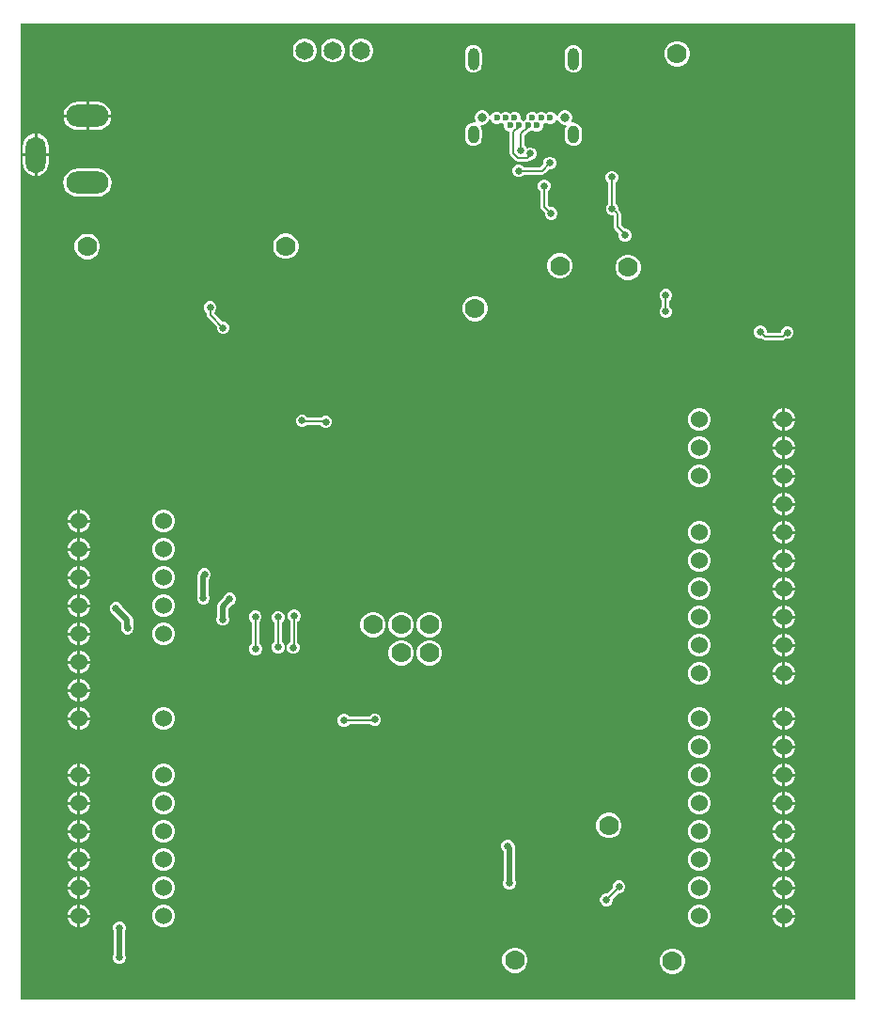
<source format=gbl>
G04*
G04 #@! TF.GenerationSoftware,Altium Limited,Altium Designer,22.3.1 (43)*
G04*
G04 Layer_Physical_Order=2*
G04 Layer_Color=16711680*
%FSLAX25Y25*%
%MOIN*%
G70*
G04*
G04 #@! TF.SameCoordinates,BE9DF307-5FBB-4082-8082-0A4452DDA755*
G04*
G04*
G04 #@! TF.FilePolarity,Positive*
G04*
G01*
G75*
%ADD10C,0.00600*%
%ADD65C,0.02000*%
%ADD66C,0.07000*%
%ADD67O,0.03937X0.07874*%
%ADD68O,0.03937X0.06299*%
%ADD69C,0.02362*%
%ADD70C,0.02756*%
%ADD71C,0.03150*%
%ADD72C,0.06000*%
%ADD73C,0.06496*%
%ADD74O,0.14961X0.07874*%
%ADD75O,0.07087X0.12992*%
%ADD76C,0.02500*%
G36*
X297961Y2039D02*
X2039D01*
Y347961D01*
X297961D01*
Y2039D01*
D02*
G37*
%LPC*%
G36*
X123323Y342769D02*
X122204D01*
X121124Y342479D01*
X120155Y341920D01*
X119364Y341129D01*
X118805Y340160D01*
X118515Y339080D01*
Y337961D01*
X118805Y336881D01*
X119364Y335912D01*
X120155Y335121D01*
X121124Y334562D01*
X122204Y334272D01*
X123323D01*
X124403Y334562D01*
X125372Y335121D01*
X126163Y335912D01*
X126722Y336881D01*
X127011Y337961D01*
Y339080D01*
X126722Y340160D01*
X126163Y341129D01*
X125372Y341920D01*
X124403Y342479D01*
X123323Y342769D01*
D02*
G37*
G36*
X113323D02*
X112204D01*
X111124Y342479D01*
X110155Y341920D01*
X109364Y341129D01*
X108805Y340160D01*
X108515Y339080D01*
Y337961D01*
X108805Y336881D01*
X109364Y335912D01*
X110155Y335121D01*
X111124Y334562D01*
X112204Y334272D01*
X113323D01*
X114403Y334562D01*
X115372Y335121D01*
X116163Y335912D01*
X116722Y336881D01*
X117011Y337961D01*
Y339080D01*
X116722Y340160D01*
X116163Y341129D01*
X115372Y341920D01*
X114403Y342479D01*
X113323Y342769D01*
D02*
G37*
G36*
X103323D02*
X102204D01*
X101124Y342479D01*
X100155Y341920D01*
X99364Y341129D01*
X98805Y340160D01*
X98515Y339080D01*
Y337961D01*
X98805Y336881D01*
X99364Y335912D01*
X100155Y335121D01*
X101124Y334562D01*
X102204Y334272D01*
X103323D01*
X104403Y334562D01*
X105372Y335121D01*
X106163Y335912D01*
X106722Y336881D01*
X107011Y337961D01*
Y339080D01*
X106722Y340160D01*
X106163Y341129D01*
X105372Y341920D01*
X104403Y342479D01*
X103323Y342769D01*
D02*
G37*
G36*
X235361Y341800D02*
X234176D01*
X233032Y341494D01*
X232006Y340901D01*
X231168Y340063D01*
X230575Y339037D01*
X230269Y337893D01*
Y336708D01*
X230575Y335563D01*
X231168Y334537D01*
X232006Y333699D01*
X233032Y333107D01*
X234176Y332800D01*
X235361D01*
X236506Y333107D01*
X237532Y333699D01*
X238370Y334537D01*
X238962Y335563D01*
X239269Y336708D01*
Y337893D01*
X238962Y339037D01*
X238370Y340063D01*
X237532Y340901D01*
X236506Y341494D01*
X235361Y341800D01*
D02*
G37*
G36*
X198002Y340492D02*
X197227Y340390D01*
X196505Y340091D01*
X195885Y339615D01*
X195409Y338995D01*
X195110Y338273D01*
X195008Y337498D01*
Y333561D01*
X195110Y332786D01*
X195409Y332064D01*
X195885Y331444D01*
X196505Y330968D01*
X197227Y330669D01*
X198002Y330567D01*
X198777Y330669D01*
X199499Y330968D01*
X200119Y331444D01*
X200595Y332064D01*
X200894Y332786D01*
X200996Y333561D01*
Y337498D01*
X200894Y338273D01*
X200595Y338995D01*
X200119Y339615D01*
X199499Y340091D01*
X198777Y340390D01*
X198002Y340492D01*
D02*
G37*
G36*
X162568D02*
X161793Y340390D01*
X161071Y340091D01*
X160451Y339615D01*
X159976Y338995D01*
X159676Y338273D01*
X159574Y337498D01*
Y333561D01*
X159676Y332786D01*
X159976Y332064D01*
X160451Y331444D01*
X161071Y330968D01*
X161793Y330669D01*
X162568Y330567D01*
X163343Y330669D01*
X164066Y330968D01*
X164686Y331444D01*
X165162Y332064D01*
X165461Y332786D01*
X165563Y333561D01*
Y337498D01*
X165461Y338273D01*
X165162Y338995D01*
X164686Y339615D01*
X164066Y340091D01*
X163343Y340390D01*
X162568Y340492D01*
D02*
G37*
G36*
X29204Y320292D02*
X26161D01*
Y315812D01*
X34118D01*
X34014Y316601D01*
X33517Y317802D01*
X32726Y318833D01*
X31694Y319625D01*
X30493Y320122D01*
X29204Y320292D01*
D02*
G37*
G36*
X25161D02*
X22118D01*
X20829Y320122D01*
X19628Y319625D01*
X18597Y318833D01*
X17805Y317802D01*
X17308Y316601D01*
X17204Y315812D01*
X25161D01*
Y320292D01*
D02*
G37*
G36*
X195290Y317237D02*
X194612D01*
X193957Y317062D01*
X193370Y316723D01*
X192890Y316243D01*
X192551Y315656D01*
X192470Y315354D01*
X192358Y315307D01*
X191721Y315567D01*
X191584Y315898D01*
X190970Y316511D01*
X190168Y316844D01*
X189301D01*
X188499Y316511D01*
X188160Y316172D01*
X187820Y316511D01*
X187018Y316844D01*
X186151D01*
X185349Y316511D01*
X185010Y316172D01*
X184671Y316511D01*
X183869Y316844D01*
X183002D01*
X182200Y316511D01*
X181587Y315898D01*
X181254Y315096D01*
Y314229D01*
X181330Y314047D01*
X180625Y313755D01*
X180286Y313416D01*
X179946Y313755D01*
X179242Y314047D01*
X179317Y314229D01*
Y315096D01*
X178985Y315898D01*
X178371Y316511D01*
X177569Y316844D01*
X176702D01*
X175900Y316511D01*
X175561Y316172D01*
X175222Y316511D01*
X174420Y316844D01*
X173553D01*
X172751Y316511D01*
X172412Y316172D01*
X172072Y316511D01*
X171270Y316844D01*
X170403D01*
X169601Y316511D01*
X168988Y315898D01*
X168851Y315567D01*
X168213Y315307D01*
X168101Y315354D01*
X168020Y315656D01*
X167681Y316243D01*
X167201Y316723D01*
X166614Y317062D01*
X165960Y317237D01*
X165282D01*
X164627Y317062D01*
X164040Y316723D01*
X163560Y316243D01*
X163221Y315656D01*
X163046Y315001D01*
Y314323D01*
X163221Y313668D01*
X163424Y313318D01*
X163110Y312861D01*
X162569Y312932D01*
X161794Y312830D01*
X161072Y312531D01*
X160452Y312055D01*
X159976Y311435D01*
X159677Y310713D01*
X159575Y309938D01*
Y307576D01*
X159677Y306801D01*
X159976Y306079D01*
X160452Y305459D01*
X161072Y304983D01*
X161794Y304684D01*
X162569Y304582D01*
X163344Y304684D01*
X164066Y304983D01*
X164686Y305459D01*
X165162Y306079D01*
X165461Y306801D01*
X165563Y307576D01*
Y309938D01*
X165461Y310713D01*
X165162Y311435D01*
X165001Y311645D01*
X165264Y312060D01*
X165292Y312088D01*
X165960D01*
X166614Y312263D01*
X167201Y312602D01*
X167681Y313081D01*
X168020Y313668D01*
X168101Y313970D01*
X168213Y314018D01*
X168851Y313758D01*
X168988Y313427D01*
X169601Y312813D01*
X170403Y312481D01*
X171270D01*
X172072Y312813D01*
X172412Y313153D01*
X172751Y312813D01*
X173456Y312522D01*
X173380Y312340D01*
Y311473D01*
X173713Y310671D01*
X174326Y310057D01*
X175128Y309725D01*
X175313D01*
X175426Y309587D01*
Y301970D01*
X175527Y301463D01*
X175814Y301033D01*
X177308Y299539D01*
X177738Y299252D01*
X178245Y299151D01*
X181693D01*
X182200Y299252D01*
X182630Y299539D01*
X182808Y299717D01*
X183085D01*
X183912Y300060D01*
X184545Y300693D01*
X184887Y301520D01*
Y302415D01*
X184545Y303242D01*
X183912Y303875D01*
X183085Y304218D01*
X182190D01*
X181382Y303883D01*
X181209Y304301D01*
X180627Y304883D01*
Y308439D01*
X181913Y309725D01*
X182294D01*
X183096Y310057D01*
X183435Y310396D01*
X183774Y310057D01*
X184576Y309725D01*
X185443D01*
X186245Y310057D01*
X186859Y310671D01*
X187191Y311473D01*
Y312340D01*
X187116Y312522D01*
X187820Y312813D01*
X188160Y313153D01*
X188499Y312813D01*
X189301Y312481D01*
X190168D01*
X190970Y312813D01*
X191584Y313427D01*
X191721Y313758D01*
X192358Y314018D01*
X192470Y313970D01*
X192551Y313668D01*
X192890Y313081D01*
X193370Y312602D01*
X193957Y312263D01*
X194612Y312088D01*
X195279D01*
X195307Y312060D01*
X195570Y311645D01*
X195409Y311435D01*
X195110Y310713D01*
X195008Y309938D01*
Y307576D01*
X195110Y306801D01*
X195409Y306079D01*
X195885Y305459D01*
X196505Y304983D01*
X197227Y304684D01*
X198002Y304582D01*
X198777Y304684D01*
X199499Y304983D01*
X200119Y305459D01*
X200595Y306079D01*
X200894Y306801D01*
X200996Y307576D01*
Y309938D01*
X200894Y310713D01*
X200595Y311435D01*
X200119Y312055D01*
X199499Y312531D01*
X198777Y312830D01*
X198002Y312932D01*
X197461Y312861D01*
X197147Y313318D01*
X197350Y313668D01*
X197525Y314323D01*
Y315001D01*
X197350Y315656D01*
X197011Y316243D01*
X196531Y316723D01*
X195944Y317062D01*
X195290Y317237D01*
D02*
G37*
G36*
X34118Y314812D02*
X26161D01*
Y310333D01*
X29204D01*
X30493Y310502D01*
X31694Y311000D01*
X32726Y311791D01*
X33517Y312823D01*
X34014Y314023D01*
X34118Y314812D01*
D02*
G37*
G36*
X25161D02*
X17204D01*
X17308Y314023D01*
X17805Y312823D01*
X18597Y311791D01*
X19628Y311000D01*
X20829Y310502D01*
X22118Y310333D01*
X25161D01*
Y314812D01*
D02*
G37*
G36*
X7854Y309002D02*
Y302033D01*
X11936D01*
Y304486D01*
X11780Y305672D01*
X11322Y306777D01*
X10594Y307726D01*
X9645Y308454D01*
X8540Y308912D01*
X7854Y309002D01*
D02*
G37*
G36*
X6854Y309002D02*
X6168Y308912D01*
X5063Y308454D01*
X4114Y307726D01*
X3385Y306777D01*
X2928Y305672D01*
X2771Y304486D01*
Y302033D01*
X6854D01*
Y309002D01*
D02*
G37*
G36*
X190126Y300881D02*
X189231D01*
X188403Y300538D01*
X187771Y299905D01*
X187428Y299078D01*
Y298255D01*
X186375Y297202D01*
X180398D01*
X179816Y297784D01*
X178989Y298127D01*
X178094D01*
X177267Y297784D01*
X176634Y297151D01*
X176291Y296324D01*
Y295429D01*
X176634Y294602D01*
X177267Y293969D01*
X178094Y293627D01*
X178989D01*
X179816Y293969D01*
X180398Y294551D01*
X186924D01*
X187431Y294652D01*
X187861Y294940D01*
X189303Y296381D01*
X190126D01*
X190953Y296723D01*
X191586Y297356D01*
X191928Y298183D01*
Y299078D01*
X191586Y299905D01*
X190953Y300538D01*
X190126Y300881D01*
D02*
G37*
G36*
X6854Y301033D02*
X2771D01*
Y298580D01*
X2928Y297394D01*
X3385Y296289D01*
X4114Y295340D01*
X5063Y294612D01*
X6168Y294154D01*
X6854Y294063D01*
Y301033D01*
D02*
G37*
G36*
X11936D02*
X7854D01*
Y294063D01*
X8540Y294154D01*
X9645Y294612D01*
X10594Y295340D01*
X11322Y296289D01*
X11780Y297394D01*
X11936Y298580D01*
Y301033D01*
D02*
G37*
G36*
X29204Y296670D02*
X22118D01*
X20829Y296500D01*
X19628Y296003D01*
X18597Y295211D01*
X17805Y294180D01*
X17308Y292979D01*
X17138Y291690D01*
X17308Y290402D01*
X17805Y289200D01*
X18597Y288169D01*
X19628Y287378D01*
X20829Y286880D01*
X22118Y286711D01*
X29204D01*
X30493Y286880D01*
X31694Y287378D01*
X32726Y288169D01*
X33517Y289200D01*
X34014Y290402D01*
X34184Y291690D01*
X34014Y292979D01*
X33517Y294180D01*
X32726Y295211D01*
X31694Y296003D01*
X30493Y296500D01*
X29204Y296670D01*
D02*
G37*
G36*
X188121Y292742D02*
X187226D01*
X186399Y292399D01*
X185766Y291766D01*
X185423Y290939D01*
Y290044D01*
X185766Y289217D01*
X186348Y288635D01*
Y283103D01*
X186449Y282596D01*
X186736Y282166D01*
X187843Y281059D01*
Y280236D01*
X188185Y279409D01*
X188818Y278776D01*
X189645Y278434D01*
X190540D01*
X191367Y278776D01*
X192000Y279409D01*
X192343Y280236D01*
Y281131D01*
X192000Y281958D01*
X191367Y282591D01*
X190540Y282934D01*
X189717D01*
X188999Y283652D01*
Y288635D01*
X189581Y289217D01*
X189923Y290044D01*
Y290939D01*
X189581Y291766D01*
X188948Y292399D01*
X188121Y292742D01*
D02*
G37*
G36*
X212091Y295857D02*
X211196D01*
X210369Y295515D01*
X209736Y294882D01*
X209394Y294055D01*
Y293160D01*
X209736Y292333D01*
X210369Y291700D01*
X210391Y291691D01*
Y284129D01*
X209881Y283619D01*
X209539Y282792D01*
Y281897D01*
X209881Y281070D01*
X210514Y280437D01*
X211341Y280095D01*
X212163D01*
Y276081D01*
X212264Y275574D01*
X212552Y275144D01*
X214093Y273603D01*
X214029Y273449D01*
Y272554D01*
X214372Y271727D01*
X215005Y271094D01*
X215832Y270751D01*
X216727D01*
X217554Y271094D01*
X218187Y271727D01*
X218529Y272554D01*
Y273449D01*
X218187Y274276D01*
X217554Y274909D01*
X216727Y275251D01*
X216193D01*
X214814Y276630D01*
Y280644D01*
X214714Y281152D01*
X214426Y281581D01*
X214039Y281969D01*
Y282792D01*
X213696Y283619D01*
X213063Y284252D01*
X213042Y284261D01*
Y291823D01*
X213551Y292333D01*
X213894Y293160D01*
Y294055D01*
X213551Y294882D01*
X212918Y295515D01*
X212091Y295857D01*
D02*
G37*
G36*
X96582Y273590D02*
X95397D01*
X94252Y273284D01*
X93226Y272691D01*
X92388Y271853D01*
X91796Y270827D01*
X91489Y269683D01*
Y268498D01*
X91796Y267353D01*
X92388Y266327D01*
X93226Y265490D01*
X94252Y264897D01*
X95397Y264590D01*
X96582D01*
X97726Y264897D01*
X98752Y265490D01*
X99590Y266327D01*
X100182Y267353D01*
X100489Y268498D01*
Y269683D01*
X100182Y270827D01*
X99590Y271853D01*
X98752Y272691D01*
X97726Y273284D01*
X96582Y273590D01*
D02*
G37*
G36*
X26204Y273531D02*
X25019D01*
X23875Y273224D01*
X22849Y272632D01*
X22011Y271794D01*
X21418Y270768D01*
X21112Y269624D01*
Y268439D01*
X21418Y267294D01*
X22011Y266268D01*
X22849Y265430D01*
X23875Y264838D01*
X25019Y264531D01*
X26204D01*
X27349Y264838D01*
X28375Y265430D01*
X29213Y266268D01*
X29805Y267294D01*
X30112Y268439D01*
Y269624D01*
X29805Y270768D01*
X29213Y271794D01*
X28375Y272632D01*
X27349Y273224D01*
X26204Y273531D01*
D02*
G37*
G36*
X193763Y266712D02*
X192578D01*
X191434Y266405D01*
X190408Y265813D01*
X189570Y264975D01*
X188978Y263949D01*
X188671Y262804D01*
Y261619D01*
X188978Y260475D01*
X189570Y259449D01*
X190408Y258611D01*
X191434Y258019D01*
X192578Y257712D01*
X193763D01*
X194908Y258019D01*
X195934Y258611D01*
X196772Y259449D01*
X197364Y260475D01*
X197671Y261619D01*
Y262804D01*
X197364Y263949D01*
X196772Y264975D01*
X195934Y265813D01*
X194908Y266405D01*
X193763Y266712D01*
D02*
G37*
G36*
X217975Y266074D02*
X216791D01*
X215646Y265768D01*
X214620Y265175D01*
X213782Y264337D01*
X213190Y263311D01*
X212883Y262167D01*
Y260982D01*
X213190Y259838D01*
X213782Y258811D01*
X214620Y257974D01*
X215646Y257381D01*
X216791Y257074D01*
X217975D01*
X219120Y257381D01*
X220146Y257974D01*
X220984Y258811D01*
X221576Y259838D01*
X221883Y260982D01*
Y262167D01*
X221576Y263311D01*
X220984Y264337D01*
X220146Y265175D01*
X219120Y265768D01*
X217975Y266074D01*
D02*
G37*
G36*
X231226Y253995D02*
X230330D01*
X229504Y253653D01*
X228871Y253020D01*
X228528Y252193D01*
Y251298D01*
X228871Y250471D01*
X229440Y249901D01*
Y247792D01*
X228846Y247198D01*
X228503Y246371D01*
Y245476D01*
X228846Y244649D01*
X229479Y244016D01*
X230306Y243673D01*
X231201D01*
X232028Y244016D01*
X232661Y244649D01*
X233003Y245476D01*
Y246371D01*
X232661Y247198D01*
X232091Y247767D01*
Y249876D01*
X232686Y250471D01*
X233028Y251298D01*
Y252193D01*
X232686Y253020D01*
X232053Y253653D01*
X231226Y253995D01*
D02*
G37*
G36*
X163705Y251518D02*
X162520D01*
X161376Y251212D01*
X160350Y250619D01*
X159512Y249781D01*
X158920Y248755D01*
X158613Y247611D01*
Y246426D01*
X158920Y245282D01*
X159512Y244255D01*
X160350Y243418D01*
X161376Y242825D01*
X162520Y242518D01*
X163705D01*
X164850Y242825D01*
X165876Y243418D01*
X166714Y244255D01*
X167306Y245282D01*
X167613Y246426D01*
Y247611D01*
X167306Y248755D01*
X166714Y249781D01*
X165876Y250619D01*
X164850Y251212D01*
X163705Y251518D01*
D02*
G37*
G36*
X69603Y249636D02*
X68708D01*
X67881Y249293D01*
X67248Y248660D01*
X66906Y247833D01*
Y246938D01*
X67248Y246111D01*
X67830Y245529D01*
Y244793D01*
X67931Y244286D01*
X68218Y243856D01*
X71508Y240566D01*
Y239743D01*
X71850Y238916D01*
X72483Y238283D01*
X73310Y237941D01*
X74205D01*
X75032Y238283D01*
X75665Y238916D01*
X76008Y239743D01*
Y240638D01*
X75665Y241465D01*
X75032Y242098D01*
X74205Y242441D01*
X73382D01*
X70481Y245342D01*
Y245529D01*
X71063Y246111D01*
X71406Y246938D01*
Y247833D01*
X71063Y248660D01*
X70430Y249293D01*
X69603Y249636D01*
D02*
G37*
G36*
X264715Y240911D02*
X263819D01*
X262992Y240569D01*
X262359Y239936D01*
X262017Y239109D01*
Y238214D01*
X262359Y237387D01*
X262992Y236754D01*
X263819Y236411D01*
X264692D01*
X264875Y236229D01*
X265305Y235942D01*
X265812Y235841D01*
X265812Y235841D01*
X272214D01*
X272721Y235942D01*
X273151Y236229D01*
X273278Y236356D01*
X273430Y236293D01*
X274325D01*
X275152Y236635D01*
X275785Y237268D01*
X276127Y238095D01*
Y238990D01*
X275785Y239817D01*
X275152Y240450D01*
X274325Y240793D01*
X273430D01*
X272603Y240450D01*
X271970Y239817D01*
X271627Y238990D01*
Y238492D01*
X266517D01*
Y239109D01*
X266174Y239936D01*
X265541Y240569D01*
X264715Y240911D01*
D02*
G37*
G36*
X273161Y211718D02*
X273135D01*
Y208218D01*
X276635D01*
Y208244D01*
X276362Y209262D01*
X275835Y210174D01*
X275091Y210918D01*
X274179Y211445D01*
X273161Y211718D01*
D02*
G37*
G36*
X272135D02*
X272108D01*
X271091Y211445D01*
X270179Y210918D01*
X269434Y210174D01*
X268907Y209262D01*
X268635Y208244D01*
Y208218D01*
X272135D01*
Y211718D01*
D02*
G37*
G36*
X102207Y209512D02*
X101312D01*
X100485Y209170D01*
X99852Y208537D01*
X99510Y207710D01*
Y206815D01*
X99852Y205988D01*
X100485Y205355D01*
X101312Y205012D01*
X102207D01*
X103034Y205355D01*
X103389Y205710D01*
X108206D01*
X108279Y205534D01*
X108912Y204901D01*
X109739Y204559D01*
X110634D01*
X111461Y204901D01*
X112094Y205534D01*
X112436Y206361D01*
Y207256D01*
X112094Y208083D01*
X111461Y208716D01*
X110634Y209059D01*
X109739D01*
X108912Y208716D01*
X108557Y208361D01*
X103740D01*
X103667Y208537D01*
X103034Y209170D01*
X102207Y209512D01*
D02*
G37*
G36*
X276635Y207218D02*
X273135D01*
Y203718D01*
X273161D01*
X274179Y203990D01*
X275091Y204517D01*
X275835Y205262D01*
X276362Y206174D01*
X276635Y207191D01*
Y207218D01*
D02*
G37*
G36*
X272135D02*
X268635D01*
Y207191D01*
X268907Y206174D01*
X269434Y205262D01*
X270179Y204517D01*
X271091Y203990D01*
X272108Y203718D01*
X272135D01*
Y207218D01*
D02*
G37*
G36*
X243161Y211718D02*
X242108D01*
X241091Y211445D01*
X240179Y210918D01*
X239434Y210174D01*
X238907Y209262D01*
X238635Y208244D01*
Y207191D01*
X238907Y206174D01*
X239434Y205262D01*
X240179Y204517D01*
X241091Y203990D01*
X242108Y203718D01*
X243161D01*
X244179Y203990D01*
X245091Y204517D01*
X245835Y205262D01*
X246362Y206174D01*
X246635Y207191D01*
Y208244D01*
X246362Y209262D01*
X245835Y210174D01*
X245091Y210918D01*
X244179Y211445D01*
X243161Y211718D01*
D02*
G37*
G36*
X273161Y201718D02*
X273135D01*
Y198218D01*
X276635D01*
Y198244D01*
X276362Y199262D01*
X275835Y200174D01*
X275091Y200919D01*
X274179Y201445D01*
X273161Y201718D01*
D02*
G37*
G36*
X272135D02*
X272108D01*
X271091Y201445D01*
X270179Y200919D01*
X269434Y200174D01*
X268907Y199262D01*
X268635Y198244D01*
Y198218D01*
X272135D01*
Y201718D01*
D02*
G37*
G36*
X276635Y197218D02*
X273135D01*
Y193718D01*
X273161D01*
X274179Y193990D01*
X275091Y194517D01*
X275835Y195262D01*
X276362Y196174D01*
X276635Y197191D01*
Y197218D01*
D02*
G37*
G36*
X272135D02*
X268635D01*
Y197191D01*
X268907Y196174D01*
X269434Y195262D01*
X270179Y194517D01*
X271091Y193990D01*
X272108Y193718D01*
X272135D01*
Y197218D01*
D02*
G37*
G36*
X243161Y201718D02*
X242108D01*
X241091Y201445D01*
X240179Y200919D01*
X239434Y200174D01*
X238907Y199262D01*
X238635Y198244D01*
Y197191D01*
X238907Y196174D01*
X239434Y195262D01*
X240179Y194517D01*
X241091Y193990D01*
X242108Y193718D01*
X243161D01*
X244179Y193990D01*
X245091Y194517D01*
X245835Y195262D01*
X246362Y196174D01*
X246635Y197191D01*
Y198244D01*
X246362Y199262D01*
X245835Y200174D01*
X245091Y200919D01*
X244179Y201445D01*
X243161Y201718D01*
D02*
G37*
G36*
X273161Y191718D02*
X273135D01*
Y188218D01*
X276635D01*
Y188244D01*
X276362Y189262D01*
X275835Y190174D01*
X275091Y190919D01*
X274179Y191445D01*
X273161Y191718D01*
D02*
G37*
G36*
X272135D02*
X272108D01*
X271091Y191445D01*
X270179Y190919D01*
X269434Y190174D01*
X268907Y189262D01*
X268635Y188244D01*
Y188218D01*
X272135D01*
Y191718D01*
D02*
G37*
G36*
X276635Y187218D02*
X273135D01*
Y183718D01*
X273161D01*
X274179Y183990D01*
X275091Y184517D01*
X275835Y185262D01*
X276362Y186174D01*
X276635Y187191D01*
Y187218D01*
D02*
G37*
G36*
X272135D02*
X268635D01*
Y187191D01*
X268907Y186174D01*
X269434Y185262D01*
X270179Y184517D01*
X271091Y183990D01*
X272108Y183718D01*
X272135D01*
Y187218D01*
D02*
G37*
G36*
X243161Y191718D02*
X242108D01*
X241091Y191445D01*
X240179Y190919D01*
X239434Y190174D01*
X238907Y189262D01*
X238635Y188244D01*
Y187191D01*
X238907Y186174D01*
X239434Y185262D01*
X240179Y184517D01*
X241091Y183990D01*
X242108Y183718D01*
X243161D01*
X244179Y183990D01*
X245091Y184517D01*
X245835Y185262D01*
X246362Y186174D01*
X246635Y187191D01*
Y188244D01*
X246362Y189262D01*
X245835Y190174D01*
X245091Y190919D01*
X244179Y191445D01*
X243161Y191718D01*
D02*
G37*
G36*
X273161Y181718D02*
X273135D01*
Y178218D01*
X276635D01*
Y178244D01*
X276362Y179262D01*
X275835Y180174D01*
X275091Y180919D01*
X274179Y181445D01*
X273161Y181718D01*
D02*
G37*
G36*
X272135D02*
X272108D01*
X271091Y181445D01*
X270179Y180919D01*
X269434Y180174D01*
X268907Y179262D01*
X268635Y178244D01*
Y178218D01*
X272135D01*
Y181718D01*
D02*
G37*
G36*
X276635Y177218D02*
X273135D01*
Y173718D01*
X273161D01*
X274179Y173990D01*
X275091Y174517D01*
X275835Y175262D01*
X276362Y176174D01*
X276635Y177191D01*
Y177218D01*
D02*
G37*
G36*
X272135D02*
X268635D01*
Y177191D01*
X268907Y176174D01*
X269434Y175262D01*
X270179Y174517D01*
X271091Y173990D01*
X272108Y173718D01*
X272135D01*
Y177218D01*
D02*
G37*
G36*
X23161Y175718D02*
X23135D01*
Y172218D01*
X26635D01*
Y172244D01*
X26362Y173262D01*
X25835Y174174D01*
X25091Y174918D01*
X24179Y175445D01*
X23161Y175718D01*
D02*
G37*
G36*
X22135D02*
X22108D01*
X21091Y175445D01*
X20179Y174918D01*
X19434Y174174D01*
X18907Y173262D01*
X18635Y172244D01*
Y172218D01*
X22135D01*
Y175718D01*
D02*
G37*
G36*
X273161Y171718D02*
X273135D01*
Y168218D01*
X276635D01*
Y168244D01*
X276362Y169262D01*
X275835Y170174D01*
X275091Y170919D01*
X274179Y171445D01*
X273161Y171718D01*
D02*
G37*
G36*
X272135D02*
X272108D01*
X271091Y171445D01*
X270179Y170919D01*
X269434Y170174D01*
X268907Y169262D01*
X268635Y168244D01*
Y168218D01*
X272135D01*
Y171718D01*
D02*
G37*
G36*
X53161Y175718D02*
X52108D01*
X51091Y175445D01*
X50179Y174918D01*
X49434Y174174D01*
X48907Y173262D01*
X48635Y172244D01*
Y171191D01*
X48907Y170174D01*
X49434Y169262D01*
X50179Y168517D01*
X51091Y167990D01*
X52108Y167718D01*
X53161D01*
X54179Y167990D01*
X55091Y168517D01*
X55835Y169262D01*
X56362Y170174D01*
X56635Y171191D01*
Y172244D01*
X56362Y173262D01*
X55835Y174174D01*
X55091Y174918D01*
X54179Y175445D01*
X53161Y175718D01*
D02*
G37*
G36*
X26635Y171218D02*
X23135D01*
Y167718D01*
X23161D01*
X24179Y167990D01*
X25091Y168517D01*
X25835Y169262D01*
X26362Y170174D01*
X26635Y171191D01*
Y171218D01*
D02*
G37*
G36*
X22135D02*
X18635D01*
Y171191D01*
X18907Y170174D01*
X19434Y169262D01*
X20179Y168517D01*
X21091Y167990D01*
X22108Y167718D01*
X22135D01*
Y171218D01*
D02*
G37*
G36*
X276635Y167218D02*
X273135D01*
Y163718D01*
X273161D01*
X274179Y163990D01*
X275091Y164517D01*
X275835Y165262D01*
X276362Y166174D01*
X276635Y167191D01*
Y167218D01*
D02*
G37*
G36*
X272135D02*
X268635D01*
Y167191D01*
X268907Y166174D01*
X269434Y165262D01*
X270179Y164517D01*
X271091Y163990D01*
X272108Y163718D01*
X272135D01*
Y167218D01*
D02*
G37*
G36*
X243161Y171718D02*
X242108D01*
X241091Y171445D01*
X240179Y170919D01*
X239434Y170174D01*
X238907Y169262D01*
X238635Y168244D01*
Y167191D01*
X238907Y166174D01*
X239434Y165262D01*
X240179Y164517D01*
X241091Y163990D01*
X242108Y163718D01*
X243161D01*
X244179Y163990D01*
X245091Y164517D01*
X245835Y165262D01*
X246362Y166174D01*
X246635Y167191D01*
Y168244D01*
X246362Y169262D01*
X245835Y170174D01*
X245091Y170919D01*
X244179Y171445D01*
X243161Y171718D01*
D02*
G37*
G36*
X23161Y165718D02*
X23135D01*
Y162218D01*
X26635D01*
Y162244D01*
X26362Y163262D01*
X25835Y164174D01*
X25091Y164918D01*
X24179Y165445D01*
X23161Y165718D01*
D02*
G37*
G36*
X22135D02*
X22108D01*
X21091Y165445D01*
X20179Y164918D01*
X19434Y164174D01*
X18907Y163262D01*
X18635Y162244D01*
Y162218D01*
X22135D01*
Y165718D01*
D02*
G37*
G36*
X273161Y161718D02*
X273135D01*
Y158218D01*
X276635D01*
Y158244D01*
X276362Y159262D01*
X275835Y160174D01*
X275091Y160918D01*
X274179Y161445D01*
X273161Y161718D01*
D02*
G37*
G36*
X272135D02*
X272108D01*
X271091Y161445D01*
X270179Y160918D01*
X269434Y160174D01*
X268907Y159262D01*
X268635Y158244D01*
Y158218D01*
X272135D01*
Y161718D01*
D02*
G37*
G36*
X53161Y165718D02*
X52108D01*
X51091Y165445D01*
X50179Y164918D01*
X49434Y164174D01*
X48907Y163262D01*
X48635Y162244D01*
Y161191D01*
X48907Y160174D01*
X49434Y159262D01*
X50179Y158517D01*
X51091Y157990D01*
X52108Y157718D01*
X53161D01*
X54179Y157990D01*
X55091Y158517D01*
X55835Y159262D01*
X56362Y160174D01*
X56635Y161191D01*
Y162244D01*
X56362Y163262D01*
X55835Y164174D01*
X55091Y164918D01*
X54179Y165445D01*
X53161Y165718D01*
D02*
G37*
G36*
X26635Y161218D02*
X23135D01*
Y157718D01*
X23161D01*
X24179Y157990D01*
X25091Y158517D01*
X25835Y159262D01*
X26362Y160174D01*
X26635Y161191D01*
Y161218D01*
D02*
G37*
G36*
X22135D02*
X18635D01*
Y161191D01*
X18907Y160174D01*
X19434Y159262D01*
X20179Y158517D01*
X21091Y157990D01*
X22108Y157718D01*
X22135D01*
Y161218D01*
D02*
G37*
G36*
X276635Y157218D02*
X273135D01*
Y153718D01*
X273161D01*
X274179Y153990D01*
X275091Y154517D01*
X275835Y155262D01*
X276362Y156174D01*
X276635Y157191D01*
Y157218D01*
D02*
G37*
G36*
X272135D02*
X268635D01*
Y157191D01*
X268907Y156174D01*
X269434Y155262D01*
X270179Y154517D01*
X271091Y153990D01*
X272108Y153718D01*
X272135D01*
Y157218D01*
D02*
G37*
G36*
X243161Y161718D02*
X242108D01*
X241091Y161445D01*
X240179Y160918D01*
X239434Y160174D01*
X238907Y159262D01*
X238635Y158244D01*
Y157191D01*
X238907Y156174D01*
X239434Y155262D01*
X240179Y154517D01*
X241091Y153990D01*
X242108Y153718D01*
X243161D01*
X244179Y153990D01*
X245091Y154517D01*
X245835Y155262D01*
X246362Y156174D01*
X246635Y157191D01*
Y158244D01*
X246362Y159262D01*
X245835Y160174D01*
X245091Y160918D01*
X244179Y161445D01*
X243161Y161718D01*
D02*
G37*
G36*
X23161Y155718D02*
X23135D01*
Y152218D01*
X26635D01*
Y152244D01*
X26362Y153262D01*
X25835Y154174D01*
X25091Y154919D01*
X24179Y155445D01*
X23161Y155718D01*
D02*
G37*
G36*
X22135D02*
X22108D01*
X21091Y155445D01*
X20179Y154919D01*
X19434Y154174D01*
X18907Y153262D01*
X18635Y152244D01*
Y152218D01*
X22135D01*
Y155718D01*
D02*
G37*
G36*
X273161Y151718D02*
X273135D01*
Y148218D01*
X276635D01*
Y148244D01*
X276362Y149262D01*
X275835Y150174D01*
X275091Y150918D01*
X274179Y151445D01*
X273161Y151718D01*
D02*
G37*
G36*
X272135D02*
X272108D01*
X271091Y151445D01*
X270179Y150918D01*
X269434Y150174D01*
X268907Y149262D01*
X268635Y148244D01*
Y148218D01*
X272135D01*
Y151718D01*
D02*
G37*
G36*
X53161Y155718D02*
X52108D01*
X51091Y155445D01*
X50179Y154919D01*
X49434Y154174D01*
X48907Y153262D01*
X48635Y152244D01*
Y151191D01*
X48907Y150174D01*
X49434Y149262D01*
X50179Y148517D01*
X51091Y147990D01*
X52108Y147718D01*
X53161D01*
X54179Y147990D01*
X55091Y148517D01*
X55835Y149262D01*
X56362Y150174D01*
X56635Y151191D01*
Y152244D01*
X56362Y153262D01*
X55835Y154174D01*
X55091Y154919D01*
X54179Y155445D01*
X53161Y155718D01*
D02*
G37*
G36*
X26635Y151218D02*
X23135D01*
Y147718D01*
X23161D01*
X24179Y147990D01*
X25091Y148517D01*
X25835Y149262D01*
X26362Y150174D01*
X26635Y151191D01*
Y151218D01*
D02*
G37*
G36*
X22135D02*
X18635D01*
Y151191D01*
X18907Y150174D01*
X19434Y149262D01*
X20179Y148517D01*
X21091Y147990D01*
X22108Y147718D01*
X22135D01*
Y151218D01*
D02*
G37*
G36*
X276635Y147218D02*
X273135D01*
Y143718D01*
X273161D01*
X274179Y143990D01*
X275091Y144517D01*
X275835Y145262D01*
X276362Y146174D01*
X276635Y147191D01*
Y147218D01*
D02*
G37*
G36*
X272135D02*
X268635D01*
Y147191D01*
X268907Y146174D01*
X269434Y145262D01*
X270179Y144517D01*
X271091Y143990D01*
X272108Y143718D01*
X272135D01*
Y147218D01*
D02*
G37*
G36*
X243161Y151718D02*
X242108D01*
X241091Y151445D01*
X240179Y150918D01*
X239434Y150174D01*
X238907Y149262D01*
X238635Y148244D01*
Y147191D01*
X238907Y146174D01*
X239434Y145262D01*
X240179Y144517D01*
X241091Y143990D01*
X242108Y143718D01*
X243161D01*
X244179Y143990D01*
X245091Y144517D01*
X245835Y145262D01*
X246362Y146174D01*
X246635Y147191D01*
Y148244D01*
X246362Y149262D01*
X245835Y150174D01*
X245091Y150918D01*
X244179Y151445D01*
X243161Y151718D01*
D02*
G37*
G36*
X23161Y145718D02*
X23135D01*
Y142218D01*
X26635D01*
Y142244D01*
X26362Y143262D01*
X25835Y144174D01*
X25091Y144919D01*
X24179Y145445D01*
X23161Y145718D01*
D02*
G37*
G36*
X22135D02*
X22108D01*
X21091Y145445D01*
X20179Y144919D01*
X19434Y144174D01*
X18907Y143262D01*
X18635Y142244D01*
Y142218D01*
X22135D01*
Y145718D01*
D02*
G37*
G36*
X67643Y154999D02*
X66748D01*
X65921Y154656D01*
X65288Y154023D01*
X64946Y153197D01*
Y153065D01*
X64871Y152953D01*
X64715Y152173D01*
Y145325D01*
X64504Y144816D01*
Y143920D01*
X64847Y143093D01*
X65480Y142461D01*
X66307Y142118D01*
X67202D01*
X68029Y142461D01*
X68662Y143093D01*
X69004Y143920D01*
Y144816D01*
X68794Y145325D01*
Y151165D01*
X69103Y151474D01*
X69446Y152301D01*
Y153197D01*
X69103Y154023D01*
X68470Y154656D01*
X67643Y154999D01*
D02*
G37*
G36*
X273161Y141718D02*
X273135D01*
Y138218D01*
X276635D01*
Y138244D01*
X276362Y139262D01*
X275835Y140174D01*
X275091Y140919D01*
X274179Y141445D01*
X273161Y141718D01*
D02*
G37*
G36*
X272135D02*
X272108D01*
X271091Y141445D01*
X270179Y140919D01*
X269434Y140174D01*
X268907Y139262D01*
X268635Y138244D01*
Y138218D01*
X272135D01*
Y141718D01*
D02*
G37*
G36*
X53161Y145718D02*
X52108D01*
X51091Y145445D01*
X50179Y144919D01*
X49434Y144174D01*
X48907Y143262D01*
X48635Y142244D01*
Y141191D01*
X48907Y140174D01*
X49434Y139262D01*
X50179Y138517D01*
X51091Y137990D01*
X52108Y137718D01*
X53161D01*
X54179Y137990D01*
X55091Y138517D01*
X55835Y139262D01*
X56362Y140174D01*
X56635Y141191D01*
Y142244D01*
X56362Y143262D01*
X55835Y144174D01*
X55091Y144919D01*
X54179Y145445D01*
X53161Y145718D01*
D02*
G37*
G36*
X26635Y141218D02*
X23135D01*
Y137718D01*
X23161D01*
X24179Y137990D01*
X25091Y138517D01*
X25835Y139262D01*
X26362Y140174D01*
X26635Y141191D01*
Y141218D01*
D02*
G37*
G36*
X22135D02*
X18635D01*
Y141191D01*
X18907Y140174D01*
X19434Y139262D01*
X20179Y138517D01*
X21091Y137990D01*
X22108Y137718D01*
X22135D01*
Y141218D01*
D02*
G37*
G36*
X76563Y146324D02*
X75668D01*
X74841Y145981D01*
X74208Y145348D01*
X73902Y144608D01*
X72266Y142973D01*
X71824Y142311D01*
X71669Y141531D01*
Y137822D01*
X71458Y137313D01*
Y136418D01*
X71800Y135591D01*
X72433Y134959D01*
X73260Y134616D01*
X74155D01*
X74982Y134959D01*
X75615Y135591D01*
X75958Y136418D01*
Y137313D01*
X75747Y137822D01*
Y140686D01*
X77112Y142051D01*
X77390Y142166D01*
X78023Y142799D01*
X78366Y143626D01*
Y144521D01*
X78023Y145348D01*
X77390Y145981D01*
X76563Y146324D01*
D02*
G37*
G36*
X276635Y137218D02*
X273135D01*
Y133718D01*
X273161D01*
X274179Y133990D01*
X275091Y134517D01*
X275835Y135262D01*
X276362Y136174D01*
X276635Y137191D01*
Y137218D01*
D02*
G37*
G36*
X272135D02*
X268635D01*
Y137191D01*
X268907Y136174D01*
X269434Y135262D01*
X270179Y134517D01*
X271091Y133990D01*
X272108Y133718D01*
X272135D01*
Y137218D01*
D02*
G37*
G36*
X243161Y141718D02*
X242108D01*
X241091Y141445D01*
X240179Y140919D01*
X239434Y140174D01*
X238907Y139262D01*
X238635Y138244D01*
Y137191D01*
X238907Y136174D01*
X239434Y135262D01*
X240179Y134517D01*
X241091Y133990D01*
X242108Y133718D01*
X243161D01*
X244179Y133990D01*
X245091Y134517D01*
X245835Y135262D01*
X246362Y136174D01*
X246635Y137191D01*
Y138244D01*
X246362Y139262D01*
X245835Y140174D01*
X245091Y140919D01*
X244179Y141445D01*
X243161Y141718D01*
D02*
G37*
G36*
X23161Y135718D02*
X23135D01*
Y132218D01*
X26635D01*
Y132244D01*
X26362Y133262D01*
X25835Y134174D01*
X25091Y134918D01*
X24179Y135445D01*
X23161Y135718D01*
D02*
G37*
G36*
X22135D02*
X22108D01*
X21091Y135445D01*
X20179Y134918D01*
X19434Y134174D01*
X18907Y133262D01*
X18635Y132244D01*
Y132218D01*
X22135D01*
Y135718D01*
D02*
G37*
G36*
X36235Y142901D02*
X35339D01*
X34512Y142559D01*
X33880Y141926D01*
X33537Y141099D01*
Y140203D01*
X33880Y139377D01*
X34512Y138744D01*
X35021Y138533D01*
X37749Y135805D01*
Y134523D01*
X37634Y134245D01*
Y133350D01*
X37976Y132523D01*
X38609Y131890D01*
X39436Y131547D01*
X40331D01*
X41158Y131890D01*
X41791Y132523D01*
X42134Y133350D01*
Y134245D01*
X41827Y134985D01*
Y136650D01*
X41672Y137430D01*
X41230Y138092D01*
X37905Y141417D01*
X37694Y141926D01*
X37062Y142559D01*
X36235Y142901D01*
D02*
G37*
G36*
X147498Y139417D02*
X146313D01*
X145169Y139110D01*
X144142Y138517D01*
X143305Y137680D01*
X142712Y136653D01*
X142405Y135509D01*
Y134324D01*
X142712Y133179D01*
X143305Y132153D01*
X144142Y131316D01*
X145169Y130723D01*
X146313Y130417D01*
X147498D01*
X148643Y130723D01*
X149669Y131316D01*
X150506Y132153D01*
X151099Y133179D01*
X151406Y134324D01*
Y135509D01*
X151099Y136653D01*
X150506Y137680D01*
X149669Y138517D01*
X148643Y139110D01*
X147498Y139417D01*
D02*
G37*
G36*
X137498D02*
X136313D01*
X135169Y139110D01*
X134142Y138517D01*
X133305Y137680D01*
X132712Y136653D01*
X132405Y135509D01*
Y134324D01*
X132712Y133179D01*
X133305Y132153D01*
X134142Y131316D01*
X135169Y130723D01*
X136313Y130417D01*
X137498D01*
X138643Y130723D01*
X139669Y131316D01*
X140506Y132153D01*
X141099Y133179D01*
X141405Y134324D01*
Y135509D01*
X141099Y136653D01*
X140506Y137680D01*
X139669Y138517D01*
X138643Y139110D01*
X137498Y139417D01*
D02*
G37*
G36*
X127498D02*
X126313D01*
X125169Y139110D01*
X124143Y138517D01*
X123305Y137680D01*
X122712Y136653D01*
X122406Y135509D01*
Y134324D01*
X122712Y133179D01*
X123305Y132153D01*
X124143Y131316D01*
X125169Y130723D01*
X126313Y130417D01*
X127498D01*
X128642Y130723D01*
X129669Y131316D01*
X130506Y132153D01*
X131099Y133179D01*
X131405Y134324D01*
Y135509D01*
X131099Y136653D01*
X130506Y137680D01*
X129669Y138517D01*
X128642Y139110D01*
X127498Y139417D01*
D02*
G37*
G36*
X273161Y131718D02*
X273135D01*
Y128218D01*
X276635D01*
Y128244D01*
X276362Y129262D01*
X275835Y130174D01*
X275091Y130919D01*
X274179Y131445D01*
X273161Y131718D01*
D02*
G37*
G36*
X272135D02*
X272108D01*
X271091Y131445D01*
X270179Y130919D01*
X269434Y130174D01*
X268907Y129262D01*
X268635Y128244D01*
Y128218D01*
X272135D01*
Y131718D01*
D02*
G37*
G36*
X53161Y135718D02*
X52108D01*
X51091Y135445D01*
X50179Y134918D01*
X49434Y134174D01*
X48907Y133262D01*
X48635Y132244D01*
Y131191D01*
X48907Y130174D01*
X49434Y129262D01*
X50179Y128517D01*
X51091Y127990D01*
X52108Y127718D01*
X53161D01*
X54179Y127990D01*
X55091Y128517D01*
X55835Y129262D01*
X56362Y130174D01*
X56635Y131191D01*
Y132244D01*
X56362Y133262D01*
X55835Y134174D01*
X55091Y134918D01*
X54179Y135445D01*
X53161Y135718D01*
D02*
G37*
G36*
X26635Y131218D02*
X23135D01*
Y127718D01*
X23161D01*
X24179Y127990D01*
X25091Y128517D01*
X25835Y129262D01*
X26362Y130174D01*
X26635Y131191D01*
Y131218D01*
D02*
G37*
G36*
X22135D02*
X18635D01*
Y131191D01*
X18907Y130174D01*
X19434Y129262D01*
X20179Y128517D01*
X21091Y127990D01*
X22108Y127718D01*
X22135D01*
Y131218D01*
D02*
G37*
G36*
X93698Y139848D02*
X92802D01*
X91975Y139506D01*
X91343Y138873D01*
X91000Y138046D01*
Y137151D01*
X91343Y136324D01*
X91925Y135742D01*
Y128848D01*
X91343Y128266D01*
X91000Y127439D01*
Y126543D01*
X91343Y125716D01*
X91975Y125084D01*
X92802Y124741D01*
X93698D01*
X94525Y125084D01*
X95157Y125716D01*
X95500Y126543D01*
Y127439D01*
X95157Y128266D01*
X94575Y128848D01*
Y135742D01*
X95157Y136324D01*
X95500Y137151D01*
Y138046D01*
X95157Y138873D01*
X94525Y139506D01*
X93698Y139848D01*
D02*
G37*
G36*
X99405Y140340D02*
X98510D01*
X97682Y139997D01*
X97049Y139364D01*
X96707Y138537D01*
Y137642D01*
X97049Y136815D01*
X97484Y136380D01*
Y128767D01*
X97388Y128727D01*
X96755Y128094D01*
X96413Y127267D01*
Y126372D01*
X96755Y125545D01*
X97388Y124912D01*
X98215Y124569D01*
X99110D01*
X99937Y124912D01*
X100570Y125545D01*
X100913Y126372D01*
Y127267D01*
X100570Y128094D01*
X100135Y128529D01*
Y136142D01*
X100232Y136182D01*
X100865Y136815D01*
X101207Y137642D01*
Y138537D01*
X100865Y139364D01*
X100232Y139997D01*
X99405Y140340D01*
D02*
G37*
G36*
X85648Y139983D02*
X84753D01*
X83926Y139640D01*
X83293Y139007D01*
X82950Y138180D01*
Y137285D01*
X83293Y136458D01*
X83926Y135825D01*
X84025Y135784D01*
Y128238D01*
X83443Y127656D01*
X83100Y126829D01*
Y125934D01*
X83443Y125107D01*
X84076Y124474D01*
X84903Y124132D01*
X85798D01*
X86625Y124474D01*
X87258Y125107D01*
X87600Y125934D01*
Y126829D01*
X87258Y127656D01*
X86676Y128238D01*
Y136027D01*
X87108Y136458D01*
X87450Y137285D01*
Y138180D01*
X87108Y139007D01*
X86475Y139640D01*
X85648Y139983D01*
D02*
G37*
G36*
X276635Y127218D02*
X273135D01*
Y123718D01*
X273161D01*
X274179Y123990D01*
X275091Y124517D01*
X275835Y125262D01*
X276362Y126174D01*
X276635Y127191D01*
Y127218D01*
D02*
G37*
G36*
X272135D02*
X268635D01*
Y127191D01*
X268907Y126174D01*
X269434Y125262D01*
X270179Y124517D01*
X271091Y123990D01*
X272108Y123718D01*
X272135D01*
Y127218D01*
D02*
G37*
G36*
X243161Y131718D02*
X242108D01*
X241091Y131445D01*
X240179Y130919D01*
X239434Y130174D01*
X238907Y129262D01*
X238635Y128244D01*
Y127191D01*
X238907Y126174D01*
X239434Y125262D01*
X240179Y124517D01*
X241091Y123990D01*
X242108Y123718D01*
X243161D01*
X244179Y123990D01*
X245091Y124517D01*
X245835Y125262D01*
X246362Y126174D01*
X246635Y127191D01*
Y128244D01*
X246362Y129262D01*
X245835Y130174D01*
X245091Y130919D01*
X244179Y131445D01*
X243161Y131718D01*
D02*
G37*
G36*
X23161Y125718D02*
X23135D01*
Y122218D01*
X26635D01*
Y122244D01*
X26362Y123262D01*
X25835Y124174D01*
X25091Y124918D01*
X24179Y125445D01*
X23161Y125718D01*
D02*
G37*
G36*
X22135D02*
X22108D01*
X21091Y125445D01*
X20179Y124918D01*
X19434Y124174D01*
X18907Y123262D01*
X18635Y122244D01*
Y122218D01*
X22135D01*
Y125718D01*
D02*
G37*
G36*
X147498Y129417D02*
X146313D01*
X145169Y129110D01*
X144142Y128517D01*
X143305Y127680D01*
X142712Y126653D01*
X142405Y125509D01*
Y124324D01*
X142712Y123179D01*
X143305Y122153D01*
X144142Y121316D01*
X145169Y120723D01*
X146313Y120416D01*
X147498D01*
X148643Y120723D01*
X149669Y121316D01*
X150506Y122153D01*
X151099Y123179D01*
X151406Y124324D01*
Y125509D01*
X151099Y126653D01*
X150506Y127680D01*
X149669Y128517D01*
X148643Y129110D01*
X147498Y129417D01*
D02*
G37*
G36*
X137498D02*
X136313D01*
X135169Y129110D01*
X134142Y128517D01*
X133305Y127680D01*
X132712Y126653D01*
X132405Y125509D01*
Y124324D01*
X132712Y123179D01*
X133305Y122153D01*
X134142Y121316D01*
X135169Y120723D01*
X136313Y120416D01*
X137498D01*
X138643Y120723D01*
X139669Y121316D01*
X140506Y122153D01*
X141099Y123179D01*
X141405Y124324D01*
Y125509D01*
X141099Y126653D01*
X140506Y127680D01*
X139669Y128517D01*
X138643Y129110D01*
X137498Y129417D01*
D02*
G37*
G36*
X273161Y121718D02*
X273135D01*
Y118218D01*
X276635D01*
Y118244D01*
X276362Y119262D01*
X275835Y120174D01*
X275091Y120919D01*
X274179Y121445D01*
X273161Y121718D01*
D02*
G37*
G36*
X272135D02*
X272108D01*
X271091Y121445D01*
X270179Y120919D01*
X269434Y120174D01*
X268907Y119262D01*
X268635Y118244D01*
Y118218D01*
X272135D01*
Y121718D01*
D02*
G37*
G36*
X26635Y121218D02*
X23135D01*
Y117718D01*
X23161D01*
X24179Y117990D01*
X25091Y118517D01*
X25835Y119262D01*
X26362Y120174D01*
X26635Y121191D01*
Y121218D01*
D02*
G37*
G36*
X22135D02*
X18635D01*
Y121191D01*
X18907Y120174D01*
X19434Y119262D01*
X20179Y118517D01*
X21091Y117990D01*
X22108Y117718D01*
X22135D01*
Y121218D01*
D02*
G37*
G36*
X276635Y117218D02*
X273135D01*
Y113718D01*
X273161D01*
X274179Y113990D01*
X275091Y114517D01*
X275835Y115262D01*
X276362Y116174D01*
X276635Y117191D01*
Y117218D01*
D02*
G37*
G36*
X272135D02*
X268635D01*
Y117191D01*
X268907Y116174D01*
X269434Y115262D01*
X270179Y114517D01*
X271091Y113990D01*
X272108Y113718D01*
X272135D01*
Y117218D01*
D02*
G37*
G36*
X243161Y121718D02*
X242108D01*
X241091Y121445D01*
X240179Y120919D01*
X239434Y120174D01*
X238907Y119262D01*
X238635Y118244D01*
Y117191D01*
X238907Y116174D01*
X239434Y115262D01*
X240179Y114517D01*
X241091Y113990D01*
X242108Y113718D01*
X243161D01*
X244179Y113990D01*
X245091Y114517D01*
X245835Y115262D01*
X246362Y116174D01*
X246635Y117191D01*
Y118244D01*
X246362Y119262D01*
X245835Y120174D01*
X245091Y120919D01*
X244179Y121445D01*
X243161Y121718D01*
D02*
G37*
G36*
X23161Y115718D02*
X23135D01*
Y112218D01*
X26635D01*
Y112244D01*
X26362Y113262D01*
X25835Y114174D01*
X25091Y114918D01*
X24179Y115445D01*
X23161Y115718D01*
D02*
G37*
G36*
X22135D02*
X22108D01*
X21091Y115445D01*
X20179Y114918D01*
X19434Y114174D01*
X18907Y113262D01*
X18635Y112244D01*
Y112218D01*
X22135D01*
Y115718D01*
D02*
G37*
G36*
X26635Y111218D02*
X23135D01*
Y107718D01*
X23161D01*
X24179Y107990D01*
X25091Y108517D01*
X25835Y109262D01*
X26362Y110174D01*
X26635Y111191D01*
Y111218D01*
D02*
G37*
G36*
X22135D02*
X18635D01*
Y111191D01*
X18907Y110174D01*
X19434Y109262D01*
X20179Y108517D01*
X21091Y107990D01*
X22108Y107718D01*
X22135D01*
Y111218D01*
D02*
G37*
G36*
X127987Y103484D02*
X127092D01*
X126265Y103141D01*
X125632Y102508D01*
X125625Y102490D01*
X118471D01*
X117958Y103003D01*
X117131Y103346D01*
X116236D01*
X115409Y103003D01*
X114776Y102370D01*
X114433Y101543D01*
Y100648D01*
X114776Y99821D01*
X115409Y99188D01*
X116236Y98846D01*
X117131D01*
X117958Y99188D01*
X118591Y99821D01*
X118598Y99839D01*
X125752D01*
X126265Y99326D01*
X127092Y98984D01*
X127987D01*
X128814Y99326D01*
X129447Y99959D01*
X129789Y100786D01*
Y101681D01*
X129447Y102508D01*
X128814Y103141D01*
X127987Y103484D01*
D02*
G37*
G36*
X23161Y105718D02*
X23135D01*
Y102218D01*
X26635D01*
Y102244D01*
X26362Y103262D01*
X25835Y104174D01*
X25091Y104919D01*
X24179Y105445D01*
X23161Y105718D01*
D02*
G37*
G36*
X22135D02*
X22108D01*
X21091Y105445D01*
X20179Y104919D01*
X19434Y104174D01*
X18907Y103262D01*
X18635Y102244D01*
Y102218D01*
X22135D01*
Y105718D01*
D02*
G37*
G36*
X273161D02*
X273135D01*
Y102218D01*
X276635D01*
Y102244D01*
X276362Y103262D01*
X275835Y104174D01*
X275091Y104919D01*
X274179Y105445D01*
X273161Y105718D01*
D02*
G37*
G36*
X272135D02*
X272108D01*
X271091Y105445D01*
X270179Y104919D01*
X269434Y104174D01*
X268907Y103262D01*
X268635Y102244D01*
Y102218D01*
X272135D01*
Y105718D01*
D02*
G37*
G36*
X276635Y101218D02*
X273135D01*
Y97718D01*
X273161D01*
X274179Y97990D01*
X275091Y98517D01*
X275835Y99262D01*
X276362Y100174D01*
X276635Y101191D01*
Y101218D01*
D02*
G37*
G36*
X272135D02*
X268635D01*
Y101191D01*
X268907Y100174D01*
X269434Y99262D01*
X270179Y98517D01*
X271091Y97990D01*
X272108Y97718D01*
X272135D01*
Y101218D01*
D02*
G37*
G36*
X243161Y105718D02*
X242108D01*
X241091Y105445D01*
X240179Y104919D01*
X239434Y104174D01*
X238907Y103262D01*
X238635Y102244D01*
Y101191D01*
X238907Y100174D01*
X239434Y99262D01*
X240179Y98517D01*
X241091Y97990D01*
X242108Y97718D01*
X243161D01*
X244179Y97990D01*
X245091Y98517D01*
X245835Y99262D01*
X246362Y100174D01*
X246635Y101191D01*
Y102244D01*
X246362Y103262D01*
X245835Y104174D01*
X245091Y104919D01*
X244179Y105445D01*
X243161Y105718D01*
D02*
G37*
G36*
X53161D02*
X52108D01*
X51091Y105445D01*
X50179Y104919D01*
X49434Y104174D01*
X48907Y103262D01*
X48635Y102244D01*
Y101191D01*
X48907Y100174D01*
X49434Y99262D01*
X50179Y98517D01*
X51091Y97990D01*
X52108Y97718D01*
X53161D01*
X54179Y97990D01*
X55091Y98517D01*
X55835Y99262D01*
X56362Y100174D01*
X56635Y101191D01*
Y102244D01*
X56362Y103262D01*
X55835Y104174D01*
X55091Y104919D01*
X54179Y105445D01*
X53161Y105718D01*
D02*
G37*
G36*
X26635Y101218D02*
X23135D01*
Y97718D01*
X23161D01*
X24179Y97990D01*
X25091Y98517D01*
X25835Y99262D01*
X26362Y100174D01*
X26635Y101191D01*
Y101218D01*
D02*
G37*
G36*
X22135D02*
X18635D01*
Y101191D01*
X18907Y100174D01*
X19434Y99262D01*
X20179Y98517D01*
X21091Y97990D01*
X22108Y97718D01*
X22135D01*
Y101218D01*
D02*
G37*
G36*
X273161Y95718D02*
X273135D01*
Y92218D01*
X276635D01*
Y92244D01*
X276362Y93262D01*
X275835Y94174D01*
X275091Y94919D01*
X274179Y95445D01*
X273161Y95718D01*
D02*
G37*
G36*
X272135D02*
X272108D01*
X271091Y95445D01*
X270179Y94919D01*
X269434Y94174D01*
X268907Y93262D01*
X268635Y92244D01*
Y92218D01*
X272135D01*
Y95718D01*
D02*
G37*
G36*
X276635Y91218D02*
X273135D01*
Y87718D01*
X273161D01*
X274179Y87990D01*
X275091Y88517D01*
X275835Y89262D01*
X276362Y90174D01*
X276635Y91191D01*
Y91218D01*
D02*
G37*
G36*
X272135D02*
X268635D01*
Y91191D01*
X268907Y90174D01*
X269434Y89262D01*
X270179Y88517D01*
X271091Y87990D01*
X272108Y87718D01*
X272135D01*
Y91218D01*
D02*
G37*
G36*
X243161Y95718D02*
X242108D01*
X241091Y95445D01*
X240179Y94919D01*
X239434Y94174D01*
X238907Y93262D01*
X238635Y92244D01*
Y91191D01*
X238907Y90174D01*
X239434Y89262D01*
X240179Y88517D01*
X241091Y87990D01*
X242108Y87718D01*
X243161D01*
X244179Y87990D01*
X245091Y88517D01*
X245835Y89262D01*
X246362Y90174D01*
X246635Y91191D01*
Y92244D01*
X246362Y93262D01*
X245835Y94174D01*
X245091Y94919D01*
X244179Y95445D01*
X243161Y95718D01*
D02*
G37*
G36*
X23161Y85718D02*
X23135D01*
Y82218D01*
X26635D01*
Y82244D01*
X26362Y83262D01*
X25835Y84174D01*
X25091Y84918D01*
X24179Y85445D01*
X23161Y85718D01*
D02*
G37*
G36*
X22135D02*
X22108D01*
X21091Y85445D01*
X20179Y84918D01*
X19434Y84174D01*
X18907Y83262D01*
X18635Y82244D01*
Y82218D01*
X22135D01*
Y85718D01*
D02*
G37*
G36*
X273161D02*
X273135D01*
Y82218D01*
X276635D01*
Y82244D01*
X276362Y83262D01*
X275835Y84174D01*
X275091Y84918D01*
X274179Y85445D01*
X273161Y85718D01*
D02*
G37*
G36*
X272135D02*
X272108D01*
X271091Y85445D01*
X270179Y84918D01*
X269434Y84174D01*
X268907Y83262D01*
X268635Y82244D01*
Y82218D01*
X272135D01*
Y85718D01*
D02*
G37*
G36*
X276635Y81218D02*
X273135D01*
Y77718D01*
X273161D01*
X274179Y77990D01*
X275091Y78517D01*
X275835Y79262D01*
X276362Y80174D01*
X276635Y81191D01*
Y81218D01*
D02*
G37*
G36*
X272135D02*
X268635D01*
Y81191D01*
X268907Y80174D01*
X269434Y79262D01*
X270179Y78517D01*
X271091Y77990D01*
X272108Y77718D01*
X272135D01*
Y81218D01*
D02*
G37*
G36*
X243161Y85718D02*
X242108D01*
X241091Y85445D01*
X240179Y84918D01*
X239434Y84174D01*
X238907Y83262D01*
X238635Y82244D01*
Y81191D01*
X238907Y80174D01*
X239434Y79262D01*
X240179Y78517D01*
X241091Y77990D01*
X242108Y77718D01*
X243161D01*
X244179Y77990D01*
X245091Y78517D01*
X245835Y79262D01*
X246362Y80174D01*
X246635Y81191D01*
Y82244D01*
X246362Y83262D01*
X245835Y84174D01*
X245091Y84918D01*
X244179Y85445D01*
X243161Y85718D01*
D02*
G37*
G36*
X53161D02*
X52108D01*
X51091Y85445D01*
X50179Y84918D01*
X49434Y84174D01*
X48907Y83262D01*
X48635Y82244D01*
Y81191D01*
X48907Y80174D01*
X49434Y79262D01*
X50179Y78517D01*
X51091Y77990D01*
X52108Y77718D01*
X53161D01*
X54179Y77990D01*
X55091Y78517D01*
X55835Y79262D01*
X56362Y80174D01*
X56635Y81191D01*
Y82244D01*
X56362Y83262D01*
X55835Y84174D01*
X55091Y84918D01*
X54179Y85445D01*
X53161Y85718D01*
D02*
G37*
G36*
X26635Y81218D02*
X23135D01*
Y77718D01*
X23161D01*
X24179Y77990D01*
X25091Y78517D01*
X25835Y79262D01*
X26362Y80174D01*
X26635Y81191D01*
Y81218D01*
D02*
G37*
G36*
X22135D02*
X18635D01*
Y81191D01*
X18907Y80174D01*
X19434Y79262D01*
X20179Y78517D01*
X21091Y77990D01*
X22108Y77718D01*
X22135D01*
Y81218D01*
D02*
G37*
G36*
X23161Y75718D02*
X23135D01*
Y72218D01*
X26635D01*
Y72244D01*
X26362Y73262D01*
X25835Y74174D01*
X25091Y74919D01*
X24179Y75445D01*
X23161Y75718D01*
D02*
G37*
G36*
X22135D02*
X22108D01*
X21091Y75445D01*
X20179Y74919D01*
X19434Y74174D01*
X18907Y73262D01*
X18635Y72244D01*
Y72218D01*
X22135D01*
Y75718D01*
D02*
G37*
G36*
X273161D02*
X273135D01*
Y72218D01*
X276635D01*
Y72244D01*
X276362Y73262D01*
X275835Y74174D01*
X275091Y74919D01*
X274179Y75445D01*
X273161Y75718D01*
D02*
G37*
G36*
X272135D02*
X272108D01*
X271091Y75445D01*
X270179Y74919D01*
X269434Y74174D01*
X268907Y73262D01*
X268635Y72244D01*
Y72218D01*
X272135D01*
Y75718D01*
D02*
G37*
G36*
X276635Y71218D02*
X273135D01*
Y67718D01*
X273161D01*
X274179Y67990D01*
X275091Y68517D01*
X275835Y69262D01*
X276362Y70174D01*
X276635Y71191D01*
Y71218D01*
D02*
G37*
G36*
X272135D02*
X268635D01*
Y71191D01*
X268907Y70174D01*
X269434Y69262D01*
X270179Y68517D01*
X271091Y67990D01*
X272108Y67718D01*
X272135D01*
Y71218D01*
D02*
G37*
G36*
X243161Y75718D02*
X242108D01*
X241091Y75445D01*
X240179Y74919D01*
X239434Y74174D01*
X238907Y73262D01*
X238635Y72244D01*
Y71191D01*
X238907Y70174D01*
X239434Y69262D01*
X240179Y68517D01*
X241091Y67990D01*
X242108Y67718D01*
X243161D01*
X244179Y67990D01*
X245091Y68517D01*
X245835Y69262D01*
X246362Y70174D01*
X246635Y71191D01*
Y72244D01*
X246362Y73262D01*
X245835Y74174D01*
X245091Y74919D01*
X244179Y75445D01*
X243161Y75718D01*
D02*
G37*
G36*
X53161D02*
X52108D01*
X51091Y75445D01*
X50179Y74919D01*
X49434Y74174D01*
X48907Y73262D01*
X48635Y72244D01*
Y71191D01*
X48907Y70174D01*
X49434Y69262D01*
X50179Y68517D01*
X51091Y67990D01*
X52108Y67718D01*
X53161D01*
X54179Y67990D01*
X55091Y68517D01*
X55835Y69262D01*
X56362Y70174D01*
X56635Y71191D01*
Y72244D01*
X56362Y73262D01*
X55835Y74174D01*
X55091Y74919D01*
X54179Y75445D01*
X53161Y75718D01*
D02*
G37*
G36*
X26635Y71218D02*
X23135D01*
Y67718D01*
X23161D01*
X24179Y67990D01*
X25091Y68517D01*
X25835Y69262D01*
X26362Y70174D01*
X26635Y71191D01*
Y71218D01*
D02*
G37*
G36*
X22135D02*
X18635D01*
Y71191D01*
X18907Y70174D01*
X19434Y69262D01*
X20179Y68517D01*
X21091Y67990D01*
X22108Y67718D01*
X22135D01*
Y71218D01*
D02*
G37*
G36*
X23161Y65718D02*
X23135D01*
Y62218D01*
X26635D01*
Y62244D01*
X26362Y63262D01*
X25835Y64174D01*
X25091Y64919D01*
X24179Y65445D01*
X23161Y65718D01*
D02*
G37*
G36*
X22135D02*
X22108D01*
X21091Y65445D01*
X20179Y64919D01*
X19434Y64174D01*
X18907Y63262D01*
X18635Y62244D01*
Y62218D01*
X22135D01*
Y65718D01*
D02*
G37*
G36*
X273161D02*
X273135D01*
Y62218D01*
X276635D01*
Y62244D01*
X276362Y63262D01*
X275835Y64174D01*
X275091Y64919D01*
X274179Y65445D01*
X273161Y65718D01*
D02*
G37*
G36*
X272135D02*
X272108D01*
X271091Y65445D01*
X270179Y64919D01*
X269434Y64174D01*
X268907Y63262D01*
X268635Y62244D01*
Y62218D01*
X272135D01*
Y65718D01*
D02*
G37*
G36*
X211150Y68277D02*
X209965D01*
X208821Y67970D01*
X207794Y67378D01*
X206957Y66540D01*
X206364Y65514D01*
X206058Y64369D01*
Y63184D01*
X206364Y62040D01*
X206957Y61014D01*
X207794Y60176D01*
X208821Y59583D01*
X209965Y59277D01*
X211150D01*
X212294Y59583D01*
X213321Y60176D01*
X214158Y61014D01*
X214751Y62040D01*
X215057Y63184D01*
Y64369D01*
X214751Y65514D01*
X214158Y66540D01*
X213321Y67378D01*
X212294Y67970D01*
X211150Y68277D01*
D02*
G37*
G36*
X276635Y61218D02*
X273135D01*
Y57718D01*
X273161D01*
X274179Y57990D01*
X275091Y58517D01*
X275835Y59262D01*
X276362Y60174D01*
X276635Y61191D01*
Y61218D01*
D02*
G37*
G36*
X272135D02*
X268635D01*
Y61191D01*
X268907Y60174D01*
X269434Y59262D01*
X270179Y58517D01*
X271091Y57990D01*
X272108Y57718D01*
X272135D01*
Y61218D01*
D02*
G37*
G36*
X243161Y65718D02*
X242108D01*
X241091Y65445D01*
X240179Y64919D01*
X239434Y64174D01*
X238907Y63262D01*
X238635Y62244D01*
Y61191D01*
X238907Y60174D01*
X239434Y59262D01*
X240179Y58517D01*
X241091Y57990D01*
X242108Y57718D01*
X243161D01*
X244179Y57990D01*
X245091Y58517D01*
X245835Y59262D01*
X246362Y60174D01*
X246635Y61191D01*
Y62244D01*
X246362Y63262D01*
X245835Y64174D01*
X245091Y64919D01*
X244179Y65445D01*
X243161Y65718D01*
D02*
G37*
G36*
X53161D02*
X52108D01*
X51091Y65445D01*
X50179Y64919D01*
X49434Y64174D01*
X48907Y63262D01*
X48635Y62244D01*
Y61191D01*
X48907Y60174D01*
X49434Y59262D01*
X50179Y58517D01*
X51091Y57990D01*
X52108Y57718D01*
X53161D01*
X54179Y57990D01*
X55091Y58517D01*
X55835Y59262D01*
X56362Y60174D01*
X56635Y61191D01*
Y62244D01*
X56362Y63262D01*
X55835Y64174D01*
X55091Y64919D01*
X54179Y65445D01*
X53161Y65718D01*
D02*
G37*
G36*
X26635Y61218D02*
X23135D01*
Y57718D01*
X23161D01*
X24179Y57990D01*
X25091Y58517D01*
X25835Y59262D01*
X26362Y60174D01*
X26635Y61191D01*
Y61218D01*
D02*
G37*
G36*
X22135D02*
X18635D01*
Y61191D01*
X18907Y60174D01*
X19434Y59262D01*
X20179Y58517D01*
X21091Y57990D01*
X22108Y57718D01*
X22135D01*
Y61218D01*
D02*
G37*
G36*
X23161Y55718D02*
X23135D01*
Y52218D01*
X26635D01*
Y52244D01*
X26362Y53262D01*
X25835Y54174D01*
X25091Y54918D01*
X24179Y55445D01*
X23161Y55718D01*
D02*
G37*
G36*
X22135D02*
X22108D01*
X21091Y55445D01*
X20179Y54918D01*
X19434Y54174D01*
X18907Y53262D01*
X18635Y52244D01*
Y52218D01*
X22135D01*
Y55718D01*
D02*
G37*
G36*
X273161D02*
X273135D01*
Y52218D01*
X276635D01*
Y52244D01*
X276362Y53262D01*
X275835Y54174D01*
X275091Y54918D01*
X274179Y55445D01*
X273161Y55718D01*
D02*
G37*
G36*
X272135D02*
X272108D01*
X271091Y55445D01*
X270179Y54918D01*
X269434Y54174D01*
X268907Y53262D01*
X268635Y52244D01*
Y52218D01*
X272135D01*
Y55718D01*
D02*
G37*
G36*
X276635Y51218D02*
X273135D01*
Y47718D01*
X273161D01*
X274179Y47990D01*
X275091Y48517D01*
X275835Y49262D01*
X276362Y50174D01*
X276635Y51191D01*
Y51218D01*
D02*
G37*
G36*
X272135D02*
X268635D01*
Y51191D01*
X268907Y50174D01*
X269434Y49262D01*
X270179Y48517D01*
X271091Y47990D01*
X272108Y47718D01*
X272135D01*
Y51218D01*
D02*
G37*
G36*
X243161Y55718D02*
X242108D01*
X241091Y55445D01*
X240179Y54918D01*
X239434Y54174D01*
X238907Y53262D01*
X238635Y52244D01*
Y51191D01*
X238907Y50174D01*
X239434Y49262D01*
X240179Y48517D01*
X241091Y47990D01*
X242108Y47718D01*
X243161D01*
X244179Y47990D01*
X245091Y48517D01*
X245835Y49262D01*
X246362Y50174D01*
X246635Y51191D01*
Y52244D01*
X246362Y53262D01*
X245835Y54174D01*
X245091Y54918D01*
X244179Y55445D01*
X243161Y55718D01*
D02*
G37*
G36*
X53161D02*
X52108D01*
X51091Y55445D01*
X50179Y54918D01*
X49434Y54174D01*
X48907Y53262D01*
X48635Y52244D01*
Y51191D01*
X48907Y50174D01*
X49434Y49262D01*
X50179Y48517D01*
X51091Y47990D01*
X52108Y47718D01*
X53161D01*
X54179Y47990D01*
X55091Y48517D01*
X55835Y49262D01*
X56362Y50174D01*
X56635Y51191D01*
Y52244D01*
X56362Y53262D01*
X55835Y54174D01*
X55091Y54918D01*
X54179Y55445D01*
X53161Y55718D01*
D02*
G37*
G36*
X26635Y51218D02*
X23135D01*
Y47718D01*
X23161D01*
X24179Y47990D01*
X25091Y48517D01*
X25835Y49262D01*
X26362Y50174D01*
X26635Y51191D01*
Y51218D01*
D02*
G37*
G36*
X22135D02*
X18635D01*
Y51191D01*
X18907Y50174D01*
X19434Y49262D01*
X20179Y48517D01*
X21091Y47990D01*
X22108Y47718D01*
X22135D01*
Y51218D01*
D02*
G37*
G36*
X23161Y45718D02*
X23135D01*
Y42218D01*
X26635D01*
Y42244D01*
X26362Y43262D01*
X25835Y44174D01*
X25091Y44919D01*
X24179Y45445D01*
X23161Y45718D01*
D02*
G37*
G36*
X22135D02*
X22108D01*
X21091Y45445D01*
X20179Y44919D01*
X19434Y44174D01*
X18907Y43262D01*
X18635Y42244D01*
Y42218D01*
X22135D01*
Y45718D01*
D02*
G37*
G36*
X273161D02*
X273135D01*
Y42218D01*
X276635D01*
Y42244D01*
X276362Y43262D01*
X275835Y44174D01*
X275091Y44919D01*
X274179Y45445D01*
X273161Y45718D01*
D02*
G37*
G36*
X272135D02*
X272108D01*
X271091Y45445D01*
X270179Y44919D01*
X269434Y44174D01*
X268907Y43262D01*
X268635Y42244D01*
Y42218D01*
X272135D01*
Y45718D01*
D02*
G37*
G36*
X175141Y58777D02*
X174245D01*
X173418Y58435D01*
X172785Y57802D01*
X172443Y56975D01*
Y56080D01*
X172785Y55253D01*
X173236Y54802D01*
Y44302D01*
X173025Y43793D01*
Y42898D01*
X173368Y42071D01*
X174001Y41438D01*
X174828Y41096D01*
X175723D01*
X176550Y41438D01*
X177183Y42071D01*
X177525Y42898D01*
Y43793D01*
X177314Y44302D01*
Y55809D01*
X177314Y55809D01*
X177159Y56590D01*
X176943Y56914D01*
Y56975D01*
X176600Y57802D01*
X175968Y58435D01*
X175141Y58777D01*
D02*
G37*
G36*
X276635Y41218D02*
X273135D01*
Y37718D01*
X273161D01*
X274179Y37990D01*
X275091Y38517D01*
X275835Y39262D01*
X276362Y40174D01*
X276635Y41191D01*
Y41218D01*
D02*
G37*
G36*
X272135D02*
X268635D01*
Y41191D01*
X268907Y40174D01*
X269434Y39262D01*
X270179Y38517D01*
X271091Y37990D01*
X272108Y37718D01*
X272135D01*
Y41218D01*
D02*
G37*
G36*
X243161Y45718D02*
X242108D01*
X241091Y45445D01*
X240179Y44919D01*
X239434Y44174D01*
X238907Y43262D01*
X238635Y42244D01*
Y41191D01*
X238907Y40174D01*
X239434Y39262D01*
X240179Y38517D01*
X241091Y37990D01*
X242108Y37718D01*
X243161D01*
X244179Y37990D01*
X245091Y38517D01*
X245835Y39262D01*
X246362Y40174D01*
X246635Y41191D01*
Y42244D01*
X246362Y43262D01*
X245835Y44174D01*
X245091Y44919D01*
X244179Y45445D01*
X243161Y45718D01*
D02*
G37*
G36*
X53161D02*
X52108D01*
X51091Y45445D01*
X50179Y44919D01*
X49434Y44174D01*
X48907Y43262D01*
X48635Y42244D01*
Y41191D01*
X48907Y40174D01*
X49434Y39262D01*
X50179Y38517D01*
X51091Y37990D01*
X52108Y37718D01*
X53161D01*
X54179Y37990D01*
X55091Y38517D01*
X55835Y39262D01*
X56362Y40174D01*
X56635Y41191D01*
Y42244D01*
X56362Y43262D01*
X55835Y44174D01*
X55091Y44919D01*
X54179Y45445D01*
X53161Y45718D01*
D02*
G37*
G36*
X26635Y41218D02*
X23135D01*
Y37718D01*
X23161D01*
X24179Y37990D01*
X25091Y38517D01*
X25835Y39262D01*
X26362Y40174D01*
X26635Y41191D01*
Y41218D01*
D02*
G37*
G36*
X22135D02*
X18635D01*
Y41191D01*
X18907Y40174D01*
X19434Y39262D01*
X20179Y38517D01*
X21091Y37990D01*
X22108Y37718D01*
X22135D01*
Y41218D01*
D02*
G37*
G36*
X214598Y44346D02*
X213703D01*
X212876Y44003D01*
X212243Y43370D01*
X211901Y42543D01*
Y41648D01*
X211925Y41590D01*
X209942Y39607D01*
X209273D01*
X208446Y39265D01*
X207813Y38632D01*
X207470Y37805D01*
Y36910D01*
X207813Y36083D01*
X208446Y35450D01*
X209273Y35107D01*
X210168D01*
X210995Y35450D01*
X211628Y36083D01*
X211970Y36910D01*
Y37805D01*
X211946Y37863D01*
X213929Y39846D01*
X214598D01*
X215425Y40188D01*
X216058Y40821D01*
X216401Y41648D01*
Y42543D01*
X216058Y43370D01*
X215425Y44003D01*
X214598Y44346D01*
D02*
G37*
G36*
X23161Y35718D02*
X23135D01*
Y32218D01*
X26635D01*
Y32244D01*
X26362Y33262D01*
X25835Y34174D01*
X25091Y34918D01*
X24179Y35445D01*
X23161Y35718D01*
D02*
G37*
G36*
X22135D02*
X22108D01*
X21091Y35445D01*
X20179Y34918D01*
X19434Y34174D01*
X18907Y33262D01*
X18635Y32244D01*
Y32218D01*
X22135D01*
Y35718D01*
D02*
G37*
G36*
X273161D02*
X273135D01*
Y32218D01*
X276635D01*
Y32244D01*
X276362Y33262D01*
X275835Y34174D01*
X275091Y34918D01*
X274179Y35445D01*
X273161Y35718D01*
D02*
G37*
G36*
X272135D02*
X272108D01*
X271091Y35445D01*
X270179Y34918D01*
X269434Y34174D01*
X268907Y33262D01*
X268635Y32244D01*
Y32218D01*
X272135D01*
Y35718D01*
D02*
G37*
G36*
X276635Y31218D02*
X273135D01*
Y27718D01*
X273161D01*
X274179Y27990D01*
X275091Y28517D01*
X275835Y29262D01*
X276362Y30174D01*
X276635Y31191D01*
Y31218D01*
D02*
G37*
G36*
X272135D02*
X268635D01*
Y31191D01*
X268907Y30174D01*
X269434Y29262D01*
X270179Y28517D01*
X271091Y27990D01*
X272108Y27718D01*
X272135D01*
Y31218D01*
D02*
G37*
G36*
X243161Y35718D02*
X242108D01*
X241091Y35445D01*
X240179Y34918D01*
X239434Y34174D01*
X238907Y33262D01*
X238635Y32244D01*
Y31191D01*
X238907Y30174D01*
X239434Y29262D01*
X240179Y28517D01*
X241091Y27990D01*
X242108Y27718D01*
X243161D01*
X244179Y27990D01*
X245091Y28517D01*
X245835Y29262D01*
X246362Y30174D01*
X246635Y31191D01*
Y32244D01*
X246362Y33262D01*
X245835Y34174D01*
X245091Y34918D01*
X244179Y35445D01*
X243161Y35718D01*
D02*
G37*
G36*
X53161D02*
X52108D01*
X51091Y35445D01*
X50179Y34918D01*
X49434Y34174D01*
X48907Y33262D01*
X48635Y32244D01*
Y31191D01*
X48907Y30174D01*
X49434Y29262D01*
X50179Y28517D01*
X51091Y27990D01*
X52108Y27718D01*
X53161D01*
X54179Y27990D01*
X55091Y28517D01*
X55835Y29262D01*
X56362Y30174D01*
X56635Y31191D01*
Y32244D01*
X56362Y33262D01*
X55835Y34174D01*
X55091Y34918D01*
X54179Y35445D01*
X53161Y35718D01*
D02*
G37*
G36*
X26635Y31218D02*
X23135D01*
Y27718D01*
X23161D01*
X24179Y27990D01*
X25091Y28517D01*
X25835Y29262D01*
X26362Y30174D01*
X26635Y31191D01*
Y31218D01*
D02*
G37*
G36*
X22135D02*
X18635D01*
Y31191D01*
X18907Y30174D01*
X19434Y29262D01*
X20179Y28517D01*
X21091Y27990D01*
X22108Y27718D01*
X22135D01*
Y31218D01*
D02*
G37*
G36*
X37493Y29634D02*
X36598D01*
X35771Y29291D01*
X35138Y28658D01*
X34796Y27831D01*
Y26936D01*
X34955Y26551D01*
Y18118D01*
X34693Y17485D01*
Y16590D01*
X35036Y15763D01*
X35669Y15130D01*
X36496Y14787D01*
X37391D01*
X38218Y15130D01*
X38851Y15763D01*
X39193Y16590D01*
Y17485D01*
X39034Y17870D01*
Y26304D01*
X39296Y26936D01*
Y27831D01*
X38953Y28658D01*
X38320Y29291D01*
X37493Y29634D01*
D02*
G37*
G36*
X177863Y20502D02*
X176679D01*
X175534Y20196D01*
X174508Y19603D01*
X173670Y18765D01*
X173078Y17739D01*
X172771Y16595D01*
Y15410D01*
X173078Y14265D01*
X173670Y13239D01*
X174508Y12401D01*
X175534Y11809D01*
X176679Y11502D01*
X177863D01*
X179008Y11809D01*
X180034Y12401D01*
X180872Y13239D01*
X181464Y14265D01*
X181771Y15410D01*
Y16595D01*
X181464Y17739D01*
X180872Y18765D01*
X180034Y19603D01*
X179008Y20196D01*
X177863Y20502D01*
D02*
G37*
G36*
X233678Y20142D02*
X232493D01*
X231349Y19836D01*
X230323Y19243D01*
X229485Y18405D01*
X228892Y17379D01*
X228586Y16235D01*
Y15050D01*
X228892Y13905D01*
X229485Y12879D01*
X230323Y12041D01*
X231349Y11449D01*
X232493Y11142D01*
X233678D01*
X234823Y11449D01*
X235849Y12041D01*
X236687Y12879D01*
X237279Y13905D01*
X237586Y15050D01*
Y16235D01*
X237279Y17379D01*
X236687Y18405D01*
X235849Y19243D01*
X234823Y19836D01*
X233678Y20142D01*
D02*
G37*
%LPD*%
D10*
X178541Y295877D02*
X186924D01*
X189678Y298631D01*
X179301Y308988D02*
X181861Y311548D01*
X176751Y301970D02*
X178245Y300477D01*
X176751Y301970D02*
Y309587D01*
X179301Y303027D02*
Y308988D01*
X176751Y309587D02*
X178711Y311547D01*
X181693Y300477D02*
X182394Y301177D01*
X178245Y300477D02*
X181693D01*
X181861Y311548D02*
Y311906D01*
X182394Y301177D02*
Y301724D01*
X182637Y301968D01*
X230766Y245936D02*
Y251733D01*
X230778Y251745D01*
X230753Y245923D02*
X230766Y245936D01*
X273590Y238543D02*
X273877D01*
X265812Y237166D02*
X272214D01*
X273590Y238543D01*
X264267Y238661D02*
X264317D01*
X265812Y237166D01*
X101987Y207036D02*
X109959D01*
X110186Y206809D01*
X101760Y207262D02*
X101987Y207036D01*
X69156Y244793D02*
X73758Y240191D01*
X69156Y244793D02*
Y247386D01*
X214151Y41942D02*
Y42096D01*
X209720Y37357D02*
Y37511D01*
X214151Y41942D01*
X211644Y293607D02*
X211716Y293535D01*
Y282417D02*
Y293535D01*
Y282417D02*
X213489Y280644D01*
X216279Y273001D02*
Y273291D01*
X213489Y276081D02*
X216279Y273291D01*
X213489Y276081D02*
Y280644D01*
X187673Y283103D02*
X190093Y280684D01*
X187673Y283103D02*
Y290492D01*
X178711Y311547D02*
Y311906D01*
X116683Y101096D02*
X116752Y101165D01*
X127470D01*
X127540Y101234D01*
X85351Y126382D02*
Y137582D01*
X85200Y137733D02*
X85351Y137582D01*
X98810Y137942D02*
X98957Y138090D01*
X98663Y126820D02*
X98810Y126967D01*
Y137942D01*
X93250Y126991D02*
Y137598D01*
D65*
X67196Y152614D02*
Y152749D01*
X66755Y144368D02*
Y152173D01*
X67196Y152614D01*
X73708Y136866D02*
Y141531D01*
X76116Y143939D02*
Y144074D01*
X73708Y141531D02*
X76116Y143939D01*
X175275Y43346D02*
Y55809D01*
X174693Y56392D02*
X175275Y55809D01*
X174693Y56392D02*
Y56527D01*
X36994Y27332D02*
X37046Y27384D01*
X36943Y17037D02*
X36994Y17089D01*
Y27332D01*
X39788Y133893D02*
Y136650D01*
X35787Y140651D02*
X39788Y136650D01*
Y133893D02*
X39884Y133798D01*
D66*
X210558Y73777D02*
D03*
Y63777D02*
D03*
Y93777D02*
D03*
Y83777D02*
D03*
X153113Y247018D02*
D03*
X163113D02*
D03*
X133113D02*
D03*
X143113D02*
D03*
X25612Y259031D02*
D03*
Y269031D02*
D03*
Y239031D02*
D03*
Y249031D02*
D03*
X95989Y259090D02*
D03*
Y269090D02*
D03*
Y239090D02*
D03*
Y249090D02*
D03*
X253086Y15642D02*
D03*
X263086D02*
D03*
X233086D02*
D03*
X243086D02*
D03*
X217383Y241574D02*
D03*
Y231574D02*
D03*
Y261574D02*
D03*
Y251574D02*
D03*
X193171Y242212D02*
D03*
Y232212D02*
D03*
Y262212D02*
D03*
Y252212D02*
D03*
X187271Y16002D02*
D03*
X177271D02*
D03*
X207271D02*
D03*
X197271D02*
D03*
X244769Y337300D02*
D03*
X234769D02*
D03*
X264769D02*
D03*
X254769D02*
D03*
X126906Y124917D02*
D03*
Y134916D02*
D03*
X136906Y124917D02*
D03*
Y134916D02*
D03*
X146906Y124917D02*
D03*
Y134916D02*
D03*
D67*
X198002Y335529D02*
D03*
X162568D02*
D03*
D68*
X198002Y308757D02*
D03*
X162569D02*
D03*
D69*
X181861Y311906D02*
D03*
X178711D02*
D03*
X185010D02*
D03*
X175562D02*
D03*
X183436Y314662D02*
D03*
X177136D02*
D03*
X186585D02*
D03*
X173987D02*
D03*
X189735D02*
D03*
X170837D02*
D03*
D70*
X168278Y311906D02*
D03*
X192294D02*
D03*
D71*
X165621Y314662D02*
D03*
X194951D02*
D03*
D72*
X272635Y207718D02*
D03*
Y197718D02*
D03*
Y187718D02*
D03*
Y177718D02*
D03*
Y167718D02*
D03*
Y157718D02*
D03*
Y147718D02*
D03*
Y137718D02*
D03*
Y127718D02*
D03*
Y117718D02*
D03*
X242635Y207718D02*
D03*
Y197718D02*
D03*
Y187718D02*
D03*
Y177718D02*
D03*
Y167718D02*
D03*
Y157718D02*
D03*
Y147718D02*
D03*
Y137718D02*
D03*
Y127718D02*
D03*
Y117718D02*
D03*
X272635Y101718D02*
D03*
Y91718D02*
D03*
Y81718D02*
D03*
Y71718D02*
D03*
Y61718D02*
D03*
Y51718D02*
D03*
Y41718D02*
D03*
Y31718D02*
D03*
X52635Y171718D02*
D03*
Y161718D02*
D03*
Y151718D02*
D03*
Y141718D02*
D03*
Y131718D02*
D03*
Y121718D02*
D03*
Y111718D02*
D03*
Y101718D02*
D03*
X22635Y171718D02*
D03*
Y161718D02*
D03*
Y151718D02*
D03*
Y141718D02*
D03*
Y131718D02*
D03*
Y121718D02*
D03*
Y111718D02*
D03*
Y101718D02*
D03*
Y81718D02*
D03*
Y71718D02*
D03*
Y61718D02*
D03*
Y51718D02*
D03*
Y41718D02*
D03*
Y31718D02*
D03*
X52635Y81718D02*
D03*
Y71718D02*
D03*
Y61718D02*
D03*
Y51718D02*
D03*
Y41718D02*
D03*
Y31718D02*
D03*
X242635D02*
D03*
Y41718D02*
D03*
Y51718D02*
D03*
Y61718D02*
D03*
Y71718D02*
D03*
Y81718D02*
D03*
Y91718D02*
D03*
Y101718D02*
D03*
D73*
X122763Y338520D02*
D03*
X112763D02*
D03*
X102763D02*
D03*
D74*
X25661Y291690D02*
D03*
Y315312D02*
D03*
D75*
X7354Y301533D02*
D03*
D76*
X178541Y295877D02*
D03*
X189678Y298631D02*
D03*
X189567Y302855D02*
D03*
X179301Y303027D02*
D03*
X182637Y301968D02*
D03*
X230753Y245923D02*
D03*
X230778Y251745D02*
D03*
X176779Y102963D02*
D03*
X218598Y305923D02*
D03*
X200404Y297984D02*
D03*
X273877Y238543D02*
D03*
X264267Y238661D02*
D03*
X110186Y206809D02*
D03*
X101760Y207262D02*
D03*
X69156Y247386D02*
D03*
X73758Y240191D02*
D03*
X209720Y37357D02*
D03*
X214151Y42096D02*
D03*
X211644Y293607D02*
D03*
X216279Y273001D02*
D03*
X211789Y282345D02*
D03*
X190093Y280684D02*
D03*
X187673Y290492D02*
D03*
X208717Y338752D02*
D03*
X156504Y262816D02*
D03*
X169391Y302873D02*
D03*
X202087Y167351D02*
D03*
X127540Y101234D02*
D03*
X116683Y101096D02*
D03*
X66755Y144368D02*
D03*
X67196Y152749D02*
D03*
X76116Y144074D02*
D03*
X73708Y136866D02*
D03*
X52635Y141718D02*
D03*
X85200Y137733D02*
D03*
X175275Y43346D02*
D03*
X174693Y56527D02*
D03*
X36943Y17037D02*
D03*
X37046Y27384D02*
D03*
X160190Y64783D02*
D03*
X161075Y71383D02*
D03*
X242635Y207718D02*
D03*
X85351Y126382D02*
D03*
X242635Y187718D02*
D03*
X98957Y138090D02*
D03*
X98663Y126820D02*
D03*
X242635Y197718D02*
D03*
X93250Y137598D02*
D03*
Y126991D02*
D03*
X39884Y133798D02*
D03*
X35787Y140651D02*
D03*
X112299Y67737D02*
D03*
X173766Y107452D02*
D03*
X156782Y89351D02*
D03*
X179973Y97753D02*
D03*
X177496Y74565D02*
D03*
X82886Y77552D02*
D03*
X249759Y270218D02*
D03*
X226822Y277240D02*
D03*
X244973Y260512D02*
D03*
X234687Y284352D02*
D03*
X249185Y305114D02*
D03*
X294527Y316982D02*
D03*
X147616Y327463D02*
D03*
X57524Y267949D02*
D03*
X66735Y261237D02*
D03*
X82446Y299562D02*
D03*
X137899Y281632D02*
D03*
X126811Y297894D02*
D03*
X118434Y303561D02*
D03*
X73546Y315243D02*
D03*
M02*

</source>
